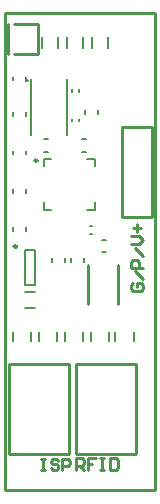
<source format=gto>
G04*
G04 #@! TF.GenerationSoftware,Altium Limited,Altium Designer,18.0.12 (696)*
G04*
G04 Layer_Color=65535*
%FSLAX25Y25*%
%MOIN*%
G70*
G01*
G75*
%ADD10C,0.01000*%
%ADD11C,0.00984*%
%ADD12C,0.00787*%
%ADD13C,0.00500*%
D10*
X219882Y414567D02*
G03*
X219882Y414567I-197J0D01*
G01*
X261398Y369055D02*
Y399055D01*
X251398Y369055D02*
Y399055D01*
Y369055D02*
X261398D01*
X251398Y399055D02*
X261398D01*
X256083Y290118D02*
Y320118D01*
X236083D02*
X256083D01*
X236083Y290118D02*
Y320118D01*
Y290118D02*
X256083D01*
X213898Y290059D02*
Y320059D01*
Y290059D02*
X233898D01*
Y320059D01*
X213898D02*
X233898D01*
X240276Y340150D02*
Y353150D01*
X250276Y340150D02*
Y353150D01*
X215504Y423347D02*
X223504D01*
X213504D02*
Y433347D01*
X215504D02*
X223504D01*
Y423347D02*
Y433347D01*
X224410Y288483D02*
X225721D01*
X225065D01*
Y284547D01*
X224410D01*
X225721D01*
X230313Y287827D02*
X229657Y288483D01*
X228345D01*
X227689Y287827D01*
Y287171D01*
X228345Y286515D01*
X229657D01*
X230313Y285859D01*
Y285203D01*
X229657Y284547D01*
X228345D01*
X227689Y285203D01*
X231625Y284547D02*
Y288483D01*
X233593D01*
X234249Y287827D01*
Y286515D01*
X233593Y285859D01*
X231625D01*
X255086Y346915D02*
X254430Y346259D01*
Y344947D01*
X255086Y344291D01*
X257710D01*
X258366Y344947D01*
Y346259D01*
X257710Y346915D01*
X256398D01*
Y345603D01*
X258366Y348227D02*
X255742Y350851D01*
X258366Y352163D02*
X254430D01*
Y354131D01*
X255086Y354787D01*
X256398D01*
X257054Y354131D01*
Y352163D01*
X258366Y356099D02*
X255742Y358722D01*
X254430Y360034D02*
X257054D01*
X258366Y361346D01*
X257054Y362658D01*
X254430D01*
X256398Y363970D02*
Y366594D01*
X255086Y365282D02*
X257710D01*
X236221Y284646D02*
Y288581D01*
X238188D01*
X238844Y287926D01*
Y286613D01*
X238188Y285958D01*
X236221D01*
X237532D02*
X238844Y284646D01*
X242780Y288581D02*
X240156D01*
Y286613D01*
X241468D01*
X240156D01*
Y284646D01*
X244092Y288581D02*
X245404D01*
X244748D01*
Y284646D01*
X244092D01*
X245404D01*
X247372Y288581D02*
Y284646D01*
X249340D01*
X249996Y285302D01*
Y287926D01*
X249340Y288581D01*
X247372D01*
X212598Y277854D02*
Y437008D01*
Y277854D02*
X262598D01*
Y437008D01*
X212598D02*
X262598D01*
D11*
X216437Y359154D02*
G03*
X216437Y359154I-492J0D01*
G01*
X223327Y387795D02*
G03*
X223327Y387795I-492J0D01*
G01*
D12*
X249311Y327559D02*
Y330709D01*
X255413Y327559D02*
Y330709D01*
X238189Y394980D02*
X239370D01*
X238189Y390846D02*
X239370D01*
X243406Y403346D02*
Y404528D01*
X239272Y403346D02*
Y404528D01*
X237303Y410827D02*
Y411614D01*
X234744Y410827D02*
Y411614D01*
X237303Y400984D02*
Y401772D01*
X234744Y400984D02*
Y401772D01*
X219390Y364370D02*
Y365551D01*
X215256Y364370D02*
Y365551D01*
X219390Y377165D02*
Y378346D01*
X215256Y377165D02*
Y378346D01*
X228248Y354134D02*
Y355315D01*
X232382Y354134D02*
Y355315D01*
X234547Y354134D02*
Y355315D01*
X238681Y354134D02*
Y355315D01*
X215256Y414567D02*
Y415748D01*
X219390Y414567D02*
Y415748D01*
X219390Y402756D02*
Y403937D01*
X215256Y402756D02*
Y403937D01*
X219094Y338583D02*
X222638D01*
X219094Y344094D02*
X222638D01*
X241043Y327559D02*
Y330709D01*
X247146Y327559D02*
Y330709D01*
X215059Y327559D02*
Y330709D01*
X221161Y327559D02*
Y330709D01*
X232382Y327559D02*
Y330709D01*
X238484Y327559D02*
Y330709D01*
X223721Y327559D02*
Y330709D01*
X229823Y327559D02*
Y330709D01*
X222539Y346457D02*
Y357874D01*
X218996Y346457D02*
Y357874D01*
Y346457D02*
X222539D01*
X218996Y357874D02*
X222539D01*
X225590Y390846D02*
X226772D01*
X225590Y394980D02*
X226772D01*
X225394Y385925D02*
Y388386D01*
X227854D01*
X239862D02*
X242323D01*
Y385925D02*
Y388386D01*
Y371457D02*
Y373917D01*
X239862Y371457D02*
X242323D01*
X225394D02*
Y373917D01*
Y371457D02*
X227854D01*
X215256Y389961D02*
Y391142D01*
X219390Y389961D02*
Y391142D01*
X244980Y357185D02*
X246161D01*
X244980Y361319D02*
X246161D01*
X240748Y363484D02*
X241535D01*
X240748Y366043D02*
X241535D01*
X224803Y425394D02*
Y428937D01*
X230315Y425394D02*
Y428937D01*
X241339Y425394D02*
Y428937D01*
X246850Y425394D02*
Y428937D01*
X233071Y425394D02*
Y428937D01*
X238583Y425394D02*
Y428937D01*
D13*
X221063Y396457D02*
Y414961D01*
X233268Y396457D02*
Y414961D01*
M02*

</source>
